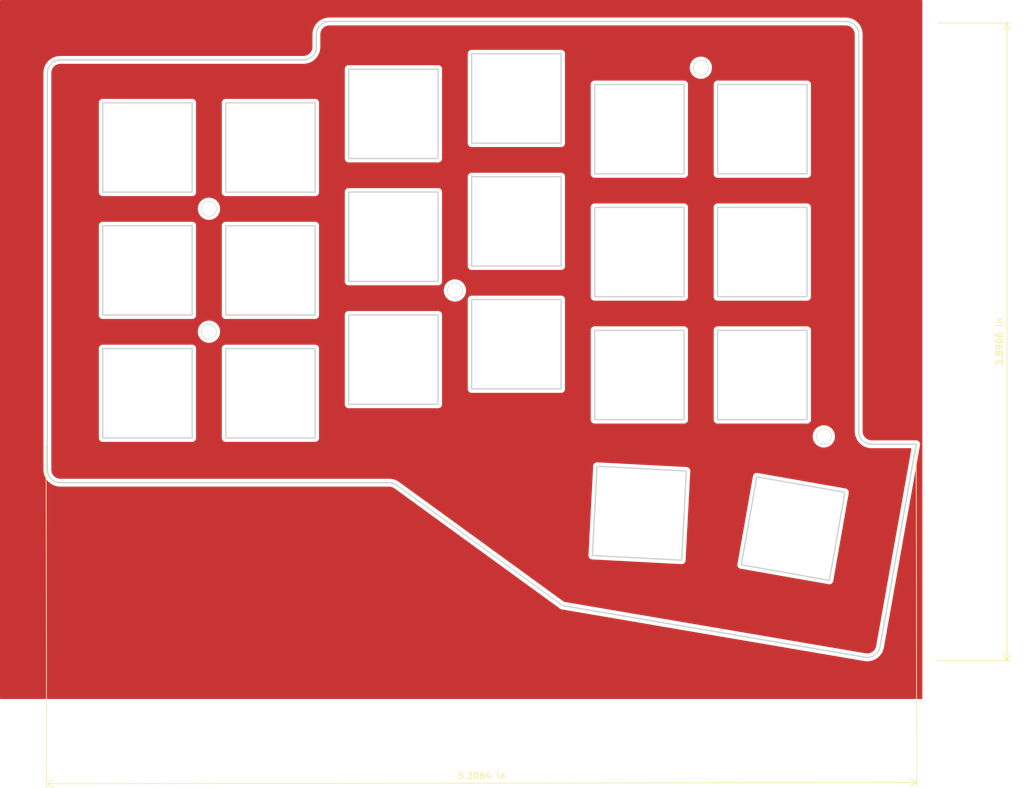
<source format=kicad_pcb>
(kicad_pcb (version 20171130) (host pcbnew "(5.1.0)-1")

  (general
    (thickness 1.6)
    (drawings 105)
    (tracks 0)
    (zones 0)
    (modules 5)
    (nets 1)
  )

  (page A4)
  (layers
    (0 F.Cu signal)
    (31 B.Cu signal)
    (32 B.Adhes user)
    (33 F.Adhes user)
    (34 B.Paste user)
    (35 F.Paste user)
    (36 B.SilkS user)
    (37 F.SilkS user)
    (38 B.Mask user)
    (39 F.Mask user)
    (40 Dwgs.User user)
    (41 Cmts.User user)
    (42 Eco1.User user)
    (43 Eco2.User user)
    (44 Edge.Cuts user)
    (45 Margin user)
    (46 B.CrtYd user)
    (47 F.CrtYd user)
    (48 B.Fab user)
    (49 F.Fab user)
  )

  (setup
    (last_trace_width 0.25)
    (trace_clearance 0.2)
    (zone_clearance 0.508)
    (zone_45_only no)
    (trace_min 0.2)
    (via_size 0.8)
    (via_drill 0.4)
    (via_min_size 0.4)
    (via_min_drill 0.3)
    (uvia_size 0.3)
    (uvia_drill 0.1)
    (uvias_allowed no)
    (uvia_min_size 0.2)
    (uvia_min_drill 0.1)
    (edge_width 0.05)
    (segment_width 0.2)
    (pcb_text_width 0.3)
    (pcb_text_size 1.5 1.5)
    (mod_edge_width 0.12)
    (mod_text_size 1 1)
    (mod_text_width 0.15)
    (pad_size 1.524 1.524)
    (pad_drill 0.762)
    (pad_to_mask_clearance 0.051)
    (solder_mask_min_width 0.25)
    (aux_axis_origin 0 0)
    (visible_elements 7FFFFFFF)
    (pcbplotparams
      (layerselection 0x010f0_ffffffff)
      (usegerberextensions false)
      (usegerberattributes false)
      (usegerberadvancedattributes false)
      (creategerberjobfile false)
      (excludeedgelayer true)
      (linewidth 0.150000)
      (plotframeref false)
      (viasonmask false)
      (mode 1)
      (useauxorigin false)
      (hpglpennumber 1)
      (hpglpenspeed 20)
      (hpglpendiameter 15.000000)
      (psnegative false)
      (psa4output false)
      (plotreference true)
      (plotvalue true)
      (plotinvisibletext false)
      (padsonsilk false)
      (subtractmaskfromsilk false)
      (outputformat 1)
      (mirror false)
      (drillshape 0)
      (scaleselection 1)
      (outputdirectory ""))
  )

  (net 0 "")

  (net_class Default "This is the default net class."
    (clearance 0.2)
    (trace_width 0.25)
    (via_dia 0.8)
    (via_drill 0.4)
    (uvia_dia 0.3)
    (uvia_drill 0.1)
  )

  (module MountingHole:MountingHole_2.2mm_M2 (layer F.Cu) (tedit 56D1B4CB) (tstamp 5CDC9985)
    (at 199.05 108.12)
    (descr "Mounting Hole 2.2mm, no annular, M2")
    (tags "mounting hole 2.2mm no annular m2")
    (attr virtual)
    (fp_text reference REF** (at 0 -3.2) (layer F.SilkS) hide
      (effects (font (size 1 1) (thickness 0.15)))
    )
    (fp_text value MountingHole_2.2mm_M2 (at 0 3.2) (layer F.Fab)
      (effects (font (size 1 1) (thickness 0.15)))
    )
    (fp_circle (center 0 0) (end 2.45 0) (layer F.CrtYd) (width 0.05))
    (fp_circle (center 0 0) (end 2.2 0) (layer Cmts.User) (width 0.15))
    (fp_text user %R (at 0.3 0) (layer F.Fab)
      (effects (font (size 1 1) (thickness 0.15)))
    )
    (pad 1 np_thru_hole circle (at 0 0) (size 2.2 2.2) (drill 2.2) (layers *.Cu *.Mask))
  )

  (module MountingHole:MountingHole_2.2mm_M2 (layer F.Cu) (tedit 56D1B4CB) (tstamp 5CDC9949)
    (at 180 50.97)
    (descr "Mounting Hole 2.2mm, no annular, M2")
    (tags "mounting hole 2.2mm no annular m2")
    (attr virtual)
    (fp_text reference REF** (at 0 -3.2) (layer F.SilkS) hide
      (effects (font (size 1 1) (thickness 0.15)))
    )
    (fp_text value MountingHole_2.2mm_M2 (at 0 3.2) (layer F.Fab)
      (effects (font (size 1 1) (thickness 0.15)))
    )
    (fp_circle (center 0 0) (end 2.45 0) (layer F.CrtYd) (width 0.05))
    (fp_circle (center 0 0) (end 2.2 0) (layer Cmts.User) (width 0.15))
    (fp_text user %R (at 0.3 0) (layer F.Fab)
      (effects (font (size 1 1) (thickness 0.15)))
    )
    (pad 1 np_thru_hole circle (at 0 0) (size 2.2 2.2) (drill 2.2) (layers *.Cu *.Mask))
  )

  (module MountingHole:MountingHole_2.2mm_M2 (layer F.Cu) (tedit 56D1B4CB) (tstamp 5CDC9904)
    (at 141.9 85.51)
    (descr "Mounting Hole 2.2mm, no annular, M2")
    (tags "mounting hole 2.2mm no annular m2")
    (attr virtual)
    (fp_text reference REF** (at 0 -3.2) (layer F.SilkS) hide
      (effects (font (size 1 1) (thickness 0.15)))
    )
    (fp_text value MountingHole_2.2mm_M2 (at 0 3.2) (layer F.Fab)
      (effects (font (size 1 1) (thickness 0.15)))
    )
    (fp_circle (center 0 0) (end 2.45 0) (layer F.CrtYd) (width 0.05))
    (fp_circle (center 0 0) (end 2.2 0) (layer Cmts.User) (width 0.15))
    (fp_text user %R (at 0.3 0) (layer F.Fab)
      (effects (font (size 1 1) (thickness 0.15)))
    )
    (pad 1 np_thru_hole circle (at 0 0) (size 2.2 2.2) (drill 2.2) (layers *.Cu *.Mask))
  )

  (module MountingHole:MountingHole_2.2mm_M2 (layer F.Cu) (tedit 56D1B4CB) (tstamp 5CDC98B7)
    (at 103.8 91.89)
    (descr "Mounting Hole 2.2mm, no annular, M2")
    (tags "mounting hole 2.2mm no annular m2")
    (attr virtual)
    (fp_text reference REF** (at 0 -3.2) (layer F.SilkS) hide
      (effects (font (size 1 1) (thickness 0.15)))
    )
    (fp_text value MountingHole_2.2mm_M2 (at 0 3.2) (layer F.Fab)
      (effects (font (size 1 1) (thickness 0.15)))
    )
    (fp_circle (center 0 0) (end 2.45 0) (layer F.CrtYd) (width 0.05))
    (fp_circle (center 0 0) (end 2.2 0) (layer Cmts.User) (width 0.15))
    (fp_text user %R (at 0.3 0) (layer F.Fab)
      (effects (font (size 1 1) (thickness 0.15)))
    )
    (pad 1 np_thru_hole circle (at 0 0) (size 2.2 2.2) (drill 2.2) (layers *.Cu *.Mask))
  )

  (module MountingHole:MountingHole_2.2mm_M2 (layer F.Cu) (tedit 56D1B4CB) (tstamp 5CDC986E)
    (at 103.8 72.84)
    (descr "Mounting Hole 2.2mm, no annular, M2")
    (tags "mounting hole 2.2mm no annular m2")
    (attr virtual)
    (fp_text reference REF** (at 0 -3.2) (layer F.SilkS) hide
      (effects (font (size 1 1) (thickness 0.15)))
    )
    (fp_text value MountingHole_2.2mm_M2 (at 0 3.2) (layer F.Fab)
      (effects (font (size 1 1) (thickness 0.15)))
    )
    (fp_circle (center 0 0) (end 2.45 0) (layer F.CrtYd) (width 0.05))
    (fp_circle (center 0 0) (end 2.2 0) (layer Cmts.User) (width 0.15))
    (fp_text user %R (at 0.3 0) (layer F.Fab)
      (effects (font (size 1 1) (thickness 0.15)))
    )
    (pad 1 np_thru_hole circle (at 0 0) (size 2.2 2.2) (drill 2.2) (layers *.Cu *.Mask))
  )

  (dimension 98.82229 (width 0.12) (layer F.SilkS)
    (gr_text "98.822 mm" (at 228.68033 93.464455 270) (layer F.SilkS)
      (effects (font (size 1 1) (thickness 0.15)))
    )
    (feature1 (pts (xy 216.69466 142.8756) (xy 227.996751 142.8756)))
    (feature2 (pts (xy 216.69466 44.05331) (xy 227.996751 44.05331)))
    (crossbar (pts (xy 227.41033 44.05331) (xy 227.41033 142.8756)))
    (arrow1a (pts (xy 227.41033 142.8756) (xy 226.823909 141.749096)))
    (arrow1b (pts (xy 227.41033 142.8756) (xy 227.996751 141.749096)))
    (arrow2a (pts (xy 227.41033 44.05331) (xy 226.823909 45.179814)))
    (arrow2b (pts (xy 227.41033 44.05331) (xy 227.996751 45.179814)))
  )
  (dimension 134.781348 (width 0.12) (layer F.SilkS)
    (gr_text "134.781 mm" (at 146.049131 163.139951 0.08209991826) (layer F.SilkS)
      (effects (font (size 1 1) (thickness 0.15)))
    )
    (feature1 (pts (xy 78.58158 109.53796) (xy 78.657546 162.552937)))
    (feature2 (pts (xy 213.36279 109.34483) (xy 213.438756 162.359807)))
    (crossbar (pts (xy 213.437916 161.773387) (xy 78.656706 161.966517)))
    (arrow1a (pts (xy 78.656706 161.966517) (xy 79.782368 161.378483)))
    (arrow1b (pts (xy 78.656706 161.966517) (xy 79.784049 162.551323)))
    (arrow2a (pts (xy 213.437916 161.773387) (xy 212.310573 161.188581)))
    (arrow2b (pts (xy 213.437916 161.773387) (xy 212.312254 162.361421)))
  )
  (gr_line (start 144.50379 67.86583) (end 144.50379 81.71583) (layer Edge.Cuts) (width 0.2))
  (gr_line (start 177.40379 53.57833) (end 163.55379 53.57833) (layer Edge.Cuts) (width 0.2))
  (gr_line (start 144.50379 100.76583) (end 158.35379 100.76583) (layer Edge.Cuts) (width 0.2))
  (gr_line (start 144.50379 81.71583) (end 158.35379 81.71583) (layer Edge.Cuts) (width 0.2))
  (gr_line (start 158.35379 100.76583) (end 158.35379 86.91583) (layer Edge.Cuts) (width 0.2))
  (gr_line (start 158.35379 81.71583) (end 158.35379 67.86583) (layer Edge.Cuts) (width 0.2))
  (gr_line (start 158.35379 67.86583) (end 144.50379 67.86583) (layer Edge.Cuts) (width 0.2))
  (gr_line (start 177.40379 91.67783) (end 163.55379 91.67783) (layer Edge.Cuts) (width 0.2))
  (gr_line (start 182.60379 53.57833) (end 182.60379 67.42833) (layer Edge.Cuts) (width 0.2))
  (gr_line (start 177.40379 72.62783) (end 163.55379 72.62783) (layer Edge.Cuts) (width 0.2))
  (gr_line (start 196.45379 53.57833) (end 182.60379 53.57833) (layer Edge.Cuts) (width 0.2))
  (gr_line (start 177.40379 105.52783) (end 177.40379 91.67783) (layer Edge.Cuts) (width 0.2))
  (gr_line (start 163.55379 105.52783) (end 177.40379 105.52783) (layer Edge.Cuts) (width 0.2))
  (gr_line (start 163.55379 53.57833) (end 163.55379 67.42833) (layer Edge.Cuts) (width 0.2))
  (gr_line (start 163.55379 72.62783) (end 163.55379 86.47783) (layer Edge.Cuts) (width 0.2))
  (gr_line (start 163.55379 91.67783) (end 163.55379 105.52783) (layer Edge.Cuts) (width 0.2))
  (gr_line (start 158.35379 86.91583) (end 144.50379 86.91583) (layer Edge.Cuts) (width 0.2))
  (gr_line (start 177.40379 86.47783) (end 177.40379 72.62783) (layer Edge.Cuts) (width 0.2))
  (gr_line (start 163.55379 86.47783) (end 177.40379 86.47783) (layer Edge.Cuts) (width 0.2))
  (gr_line (start 177.40379 67.42833) (end 177.40379 53.57833) (layer Edge.Cuts) (width 0.2))
  (gr_line (start 144.50379 86.91583) (end 144.50379 100.76583) (layer Edge.Cuts) (width 0.2))
  (gr_line (start 158.35379 62.66583) (end 158.35379 48.81583) (layer Edge.Cuts) (width 0.2))
  (gr_line (start 163.55379 67.42833) (end 177.40379 67.42833) (layer Edge.Cuts) (width 0.2))
  (gr_line (start 87.35379 56.41583) (end 87.35379 70.26583) (layer Edge.Cuts) (width 0.2))
  (gr_line (start 80.77599 115.29783) (end 131.720527 115.29783) (layer Edge.Cuts) (width 0.2))
  (gr_line (start 118.44779 49.76303) (end 80.77599 49.76303) (layer Edge.Cuts) (width 0.2))
  (gr_line (start 120.44779 45.80993) (end 120.44779 47.76303) (layer Edge.Cuts) (width 0.2))
  (gr_line (start 132.896716 115.680245) (end 158.564486 134.343973) (layer Edge.Cuts) (width 0.2))
  (gr_line (start 101.20379 89.31583) (end 101.20379 75.46583) (layer Edge.Cuts) (width 0.2))
  (gr_line (start 120.25379 75.46583) (end 106.40379 75.46583) (layer Edge.Cuts) (width 0.2))
  (gr_line (start 101.20379 56.41583) (end 87.35379 56.41583) (layer Edge.Cuts) (width 0.2))
  (gr_line (start 101.20379 70.26583) (end 101.20379 56.41583) (layer Edge.Cuts) (width 0.2))
  (gr_line (start 120.25379 108.36583) (end 120.25379 94.51583) (layer Edge.Cuts) (width 0.2))
  (gr_line (start 106.40379 108.36583) (end 120.25379 108.36583) (layer Edge.Cuts) (width 0.2))
  (gr_line (start 106.40379 94.51583) (end 106.40379 108.36583) (layer Edge.Cuts) (width 0.2))
  (gr_line (start 120.25379 94.51583) (end 106.40379 94.51583) (layer Edge.Cuts) (width 0.2))
  (gr_line (start 101.20379 108.36583) (end 101.20379 94.51583) (layer Edge.Cuts) (width 0.2))
  (gr_line (start 87.35379 108.36583) (end 101.20379 108.36583) (layer Edge.Cuts) (width 0.2))
  (gr_line (start 87.35379 89.31583) (end 101.20379 89.31583) (layer Edge.Cuts) (width 0.2))
  (gr_line (start 158.564486 134.343973) (end 205.45246 142.351976) (layer Edge.Cuts) (width 0.2))
  (gr_line (start 87.35379 94.51583) (end 87.35379 108.36583) (layer Edge.Cuts) (width 0.2))
  (gr_line (start 207.758021 140.732097) (end 213.36279 109.34483) (layer Edge.Cuts) (width 0.2))
  (gr_line (start 101.20379 75.46583) (end 87.35379 75.46583) (layer Edge.Cuts) (width 0.2))
  (gr_line (start 101.20379 94.51583) (end 87.35379 94.51583) (layer Edge.Cuts) (width 0.2))
  (gr_line (start 87.35379 75.46583) (end 87.35379 89.31583) (layer Edge.Cuts) (width 0.2))
  (gr_line (start 87.35379 70.26583) (end 101.20379 70.26583) (layer Edge.Cuts) (width 0.2))
  (gr_line (start 202.313377 116.798857) (end 199.90879 130.43783) (layer Edge.Cuts) (width 0.2))
  (gr_circle (center 180.004186 50.978685) (end 181.104186 50.978685) (layer Edge.Cuts) (width 0.2))
  (gr_arc (start 80.77599 113.29783) (end 78.77599 113.29783) (angle -90) (layer Edge.Cuts) (width 0.2))
  (gr_arc (start 80.77599 51.76303) (end 80.77599 49.76303) (angle -90) (layer Edge.Cuts) (width 0.2))
  (gr_circle (center 199.05413 108.129262) (end 200.15413 108.129262) (layer Edge.Cuts) (width 0.2))
  (gr_line (start 199.90879 130.43783) (end 186.268762 128.033417) (layer Edge.Cuts) (width 0.2))
  (gr_line (start 186.268762 128.033417) (end 188.67379 114.39383) (layer Edge.Cuts) (width 0.2))
  (gr_line (start 182.60379 72.62783) (end 182.60379 86.47783) (layer Edge.Cuts) (width 0.2))
  (gr_line (start 182.60379 86.47783) (end 196.45379 86.47783) (layer Edge.Cuts) (width 0.2))
  (gr_arc (start 205.789165 140.380522) (end 205.45246 142.351976) (angle -89.56754553) (layer Edge.Cuts) (width 0.2))
  (gr_circle (center 103.803779 72.840915) (end 104.903779 72.840915) (layer Edge.Cuts) (width 0.2))
  (gr_line (start 163.200937 126.587849) (end 177.03179 127.31283) (layer Edge.Cuts) (width 0.2))
  (gr_arc (start 206.45379 107.34483) (end 204.45379 107.34483) (angle -90) (layer Edge.Cuts) (width 0.2))
  (gr_arc (start 122.447789 45.809929) (end 122.447789 43.80993) (angle -90) (layer Edge.Cuts) (width 0.2))
  (gr_arc (start 202.45379 45.809929) (end 204.45379 45.809929) (angle -90) (layer Edge.Cuts) (width 0.2))
  (gr_circle (center 103.804329 91.891159) (end 104.904329 91.891159) (layer Edge.Cuts) (width 0.2))
  (gr_line (start 196.45379 105.52783) (end 196.45379 91.67783) (layer Edge.Cuts) (width 0.2))
  (gr_line (start 182.60379 91.67783) (end 182.60379 105.52783) (layer Edge.Cuts) (width 0.2))
  (gr_line (start 213.36279 109.34483) (end 206.45379 109.34483) (layer Edge.Cuts) (width 0.2))
  (gr_line (start 163.92579 112.75683) (end 163.200937 126.587849) (layer Edge.Cuts) (width 0.2))
  (gr_line (start 196.45379 67.42833) (end 196.45379 53.57833) (layer Edge.Cuts) (width 0.2))
  (gr_line (start 182.60379 67.42833) (end 196.45379 67.42833) (layer Edge.Cuts) (width 0.2))
  (gr_arc (start 131.720527 117.29783) (end 132.896716 115.680245) (angle -36.02191155) (layer Edge.Cuts) (width 0.2))
  (gr_line (start 196.45379 86.47783) (end 196.45379 72.62783) (layer Edge.Cuts) (width 0.2))
  (gr_arc (start 118.44779 47.76303) (end 118.44779 49.76303) (angle -90) (layer Edge.Cuts) (width 0.2))
  (gr_circle (center 141.904071 85.506927) (end 143.004071 85.506927) (layer Edge.Cuts) (width 0.2))
  (gr_line (start 188.67379 114.39383) (end 202.313377 116.798857) (layer Edge.Cuts) (width 0.2))
  (gr_line (start 163.92579 112.75683) (end 177.756809 113.481682) (layer Edge.Cuts) (width 0.2))
  (gr_line (start 196.45379 72.62783) (end 182.60379 72.62783) (layer Edge.Cuts) (width 0.2))
  (gr_line (start 177.03179 127.31283) (end 177.756809 113.481682) (layer Edge.Cuts) (width 0.2))
  (gr_line (start 182.60379 105.52783) (end 196.45379 105.52783) (layer Edge.Cuts) (width 0.2))
  (gr_line (start 204.45379 45.80993) (end 204.45379 107.34483) (layer Edge.Cuts) (width 0.2))
  (gr_line (start 196.45379 91.67783) (end 182.60379 91.67783) (layer Edge.Cuts) (width 0.2))
  (gr_line (start 202.45379 43.80993) (end 122.447789 43.80993) (layer Edge.Cuts) (width 0.2))
  (gr_line (start 78.77599 51.76303) (end 78.77599 113.29783) (layer Edge.Cuts) (width 0.2))
  (gr_line (start 106.40379 89.31583) (end 120.25379 89.31583) (layer Edge.Cuts) (width 0.2))
  (gr_line (start 106.40379 56.41583) (end 106.40379 70.26583) (layer Edge.Cuts) (width 0.2))
  (gr_line (start 106.40379 75.46583) (end 106.40379 89.31583) (layer Edge.Cuts) (width 0.2))
  (gr_line (start 120.25379 89.31583) (end 120.25379 75.46583) (layer Edge.Cuts) (width 0.2))
  (gr_line (start 139.30379 103.14683) (end 139.30379 89.29683) (layer Edge.Cuts) (width 0.2))
  (gr_line (start 125.45379 103.14683) (end 139.30379 103.14683) (layer Edge.Cuts) (width 0.2))
  (gr_line (start 120.25379 56.41583) (end 106.40379 56.41583) (layer Edge.Cuts) (width 0.2))
  (gr_line (start 125.45379 89.29683) (end 125.45379 103.14683) (layer Edge.Cuts) (width 0.2))
  (gr_line (start 139.30379 89.29683) (end 125.45379 89.29683) (layer Edge.Cuts) (width 0.2))
  (gr_line (start 106.40379 70.26583) (end 120.25379 70.26583) (layer Edge.Cuts) (width 0.2))
  (gr_line (start 120.25379 70.26583) (end 120.25379 56.41583) (layer Edge.Cuts) (width 0.2))
  (gr_line (start 139.30379 65.04703) (end 139.30379 51.19703) (layer Edge.Cuts) (width 0.2))
  (gr_line (start 125.45379 65.04703) (end 139.30379 65.04703) (layer Edge.Cuts) (width 0.2))
  (gr_line (start 125.45379 70.24683) (end 125.45379 84.09683) (layer Edge.Cuts) (width 0.2))
  (gr_line (start 139.30379 70.24683) (end 125.45379 70.24683) (layer Edge.Cuts) (width 0.2))
  (gr_line (start 139.30379 84.09683) (end 139.30379 70.24683) (layer Edge.Cuts) (width 0.2))
  (gr_line (start 125.45379 84.09683) (end 139.30379 84.09683) (layer Edge.Cuts) (width 0.2))
  (gr_line (start 125.45379 51.19703) (end 125.45379 65.04703) (layer Edge.Cuts) (width 0.2))
  (gr_line (start 139.30379 51.19703) (end 125.45379 51.19703) (layer Edge.Cuts) (width 0.2))
  (gr_line (start 144.50379 62.66583) (end 158.35379 62.66583) (layer Edge.Cuts) (width 0.2))
  (gr_line (start 144.50379 48.81583) (end 144.50379 62.66583) (layer Edge.Cuts) (width 0.2))
  (gr_line (start 158.35379 48.81583) (end 144.50379 48.81583) (layer Edge.Cuts) (width 0.2))

  (zone (net 0) (net_name "") (layer F.Cu) (tstamp 5CDC4312) (hatch edge 0.508)
    (connect_pads (clearance 0.508))
    (min_thickness 0.254)
    (fill yes (arc_segments 32) (thermal_gap 0.508) (thermal_bridge_width 0.508))
    (polygon
      (pts
        (xy 214.3134 40.48142) (xy 71.4378 40.48142) (xy 71.4378 148.82875) (xy 214.3134 148.82875)
      )
    )
    (filled_polygon
      (pts
        (xy 214.1864 148.70175) (xy 71.5648 148.70175) (xy 71.5648 51.726926) (xy 78.04099 51.726926) (xy 78.040991 113.333935)
        (xy 78.044151 113.366015) (xy 78.044064 113.378409) (xy 78.045065 113.388622) (xy 78.085866 113.776815) (xy 78.099267 113.842097)
        (xy 78.111745 113.907507) (xy 78.11471 113.917331) (xy 78.230134 114.290206) (xy 78.255978 114.351686) (xy 78.280905 114.413383)
        (xy 78.285722 114.422444) (xy 78.471373 114.765799) (xy 78.508643 114.821054) (xy 78.545103 114.876771) (xy 78.551589 114.884724)
        (xy 78.800395 115.185478) (xy 78.847702 115.232456) (xy 78.894273 115.280013) (xy 78.90218 115.286555) (xy 79.204665 115.533256)
        (xy 79.260173 115.570135) (xy 79.315118 115.607757) (xy 79.324145 115.612638) (xy 79.668786 115.795888) (xy 79.730416 115.82129)
        (xy 79.791608 115.847517) (xy 79.801411 115.850552) (xy 80.175083 115.96337) (xy 80.24045 115.976313) (xy 80.305591 115.990159)
        (xy 80.315797 115.991232) (xy 80.704266 116.029322) (xy 80.704267 116.029322) (xy 80.739885 116.03283) (xy 131.684582 116.03283)
        (xy 131.965549 116.060378) (xy 132.201233 116.131536) (xy 132.443632 116.260422) (xy 132.470781 116.279298) (xy 158.122939 134.931674)
        (xy 158.171014 134.968988) (xy 158.213777 134.990371) (xy 158.255026 135.014569) (xy 158.278393 135.022682) (xy 158.300509 135.033741)
        (xy 158.346613 135.046368) (xy 158.391799 135.062057) (xy 158.452118 135.070423) (xy 205.364311 143.082563) (xy 205.399765 143.085084)
        (xy 205.399802 143.085087) (xy 205.788007 143.112971) (xy 205.854534 143.111239) (xy 205.921008 143.110455) (xy 205.9312 143.109263)
        (xy 206.31856 143.061183) (xy 206.383582 143.046559) (xy 206.448744 143.032856) (xy 206.458511 143.029706) (xy 206.829154 142.907303)
        (xy 206.890106 142.880324) (xy 206.951356 142.854229) (xy 206.960325 142.849243) (xy 207.300135 142.657179) (xy 207.354652 142.618898)
        (xy 207.409702 142.58138) (xy 207.417532 142.574746) (xy 207.713563 142.320338) (xy 207.759614 142.272189) (xy 207.80632 142.224702)
        (xy 207.812712 142.216673) (xy 208.053693 141.90961) (xy 208.089543 141.85339) (xy 208.126107 141.797778) (xy 208.130815 141.788666)
        (xy 208.130818 141.788662) (xy 208.13082 141.788658) (xy 208.307566 141.440641) (xy 208.331799 141.378564) (xy 208.35688 141.316874)
        (xy 208.35973 141.307016) (xy 208.465515 140.931291) (xy 208.465518 140.931272) (xy 208.475228 140.896843) (xy 214.078724 109.516708)
        (xy 214.087155 109.488915) (xy 214.09142 109.445608) (xy 214.092691 109.438492) (xy 214.094956 109.409711) (xy 214.101346 109.34483)
        (xy 214.100632 109.33758) (xy 214.101203 109.330324) (xy 214.093545 109.265624) (xy 214.087155 109.200745) (xy 214.085041 109.193775)
        (xy 214.084185 109.186545) (xy 214.064052 109.124586) (xy 214.045127 109.062197) (xy 214.041692 109.055771) (xy 214.039443 109.048849)
        (xy 214.007622 108.992031) (xy 213.976877 108.93451) (xy 213.972253 108.928875) (xy 213.968698 108.922528) (xy 213.9264 108.873004)
        (xy 213.885028 108.822592) (xy 213.879397 108.817971) (xy 213.874669 108.812435) (xy 213.823507 108.772103) (xy 213.77311 108.730743)
        (xy 213.766685 108.727309) (xy 213.760968 108.722802) (xy 213.702935 108.693234) (xy 213.645423 108.662493) (xy 213.638448 108.660377)
        (xy 213.631965 108.657074) (xy 213.569285 108.639397) (xy 213.506875 108.620465) (xy 213.499624 108.619751) (xy 213.492618 108.617775)
        (xy 213.427673 108.612664) (xy 213.398895 108.60983) (xy 213.391655 108.60983) (xy 213.348283 108.606417) (xy 213.319448 108.60983)
        (xy 206.489737 108.60983) (xy 206.208769 108.582281) (xy 205.973078 108.511121) (xy 205.755702 108.395541) (xy 205.564911 108.239934)
        (xy 205.407979 108.050238) (xy 205.290884 107.833673) (xy 205.218081 107.598486) (xy 205.18879 107.319802) (xy 205.18879 45.773825)
        (xy 205.185629 45.741735) (xy 205.185716 45.72935) (xy 205.184715 45.719137) (xy 205.143914 45.330944) (xy 205.130505 45.265624)
        (xy 205.118035 45.200252) (xy 205.11507 45.190428) (xy 204.999646 44.817553) (xy 204.973828 44.756134) (xy 204.948876 44.694376)
        (xy 204.944058 44.685315) (xy 204.758407 44.34196) (xy 204.721132 44.286697) (xy 204.684677 44.230988) (xy 204.678191 44.223035)
        (xy 204.429384 43.92228) (xy 204.382078 43.875303) (xy 204.335507 43.827746) (xy 204.3276 43.821204) (xy 204.025115 43.574503)
        (xy 203.969607 43.537624) (xy 203.914662 43.500002) (xy 203.905635 43.495121) (xy 203.560993 43.311871) (xy 203.499377 43.286475)
        (xy 203.438172 43.260242) (xy 203.428369 43.257207) (xy 203.054697 43.144389) (xy 202.989305 43.131441) (xy 202.924189 43.1176)
        (xy 202.913983 43.116527) (xy 202.525514 43.078437) (xy 202.525503 43.078437) (xy 202.489895 43.07493) (xy 122.411684 43.07493)
        (xy 122.379595 43.07809) (xy 122.367212 43.078004) (xy 122.356999 43.079005) (xy 121.968806 43.119805) (xy 121.903525 43.133205)
        (xy 121.838111 43.145684) (xy 121.828286 43.14865) (xy 121.455411 43.264075) (xy 121.393968 43.289904) (xy 121.332235 43.314845)
        (xy 121.323174 43.319662) (xy 120.97982 43.505313) (xy 120.924567 43.542582) (xy 120.868851 43.579041) (xy 120.860898 43.585527)
        (xy 120.560142 43.834333) (xy 120.513164 43.88164) (xy 120.465606 43.928212) (xy 120.459064 43.936119) (xy 120.212363 44.238604)
        (xy 120.175471 44.29413) (xy 120.137861 44.349059) (xy 120.13298 44.358086) (xy 119.949731 44.702729) (xy 119.924347 44.764316)
        (xy 119.898103 44.825547) (xy 119.895068 44.83535) (xy 119.78225 45.209022) (xy 119.769301 45.274421) (xy 119.755461 45.33953)
        (xy 119.754388 45.349736) (xy 119.716298 45.738205) (xy 119.71279 45.773826) (xy 119.712791 47.727073) (xy 119.685241 48.008051)
        (xy 119.614081 48.243742) (xy 119.498501 48.461118) (xy 119.342894 48.651909) (xy 119.153198 48.808841) (xy 118.936633 48.925936)
        (xy 118.701446 48.998739) (xy 118.422762 49.02803) (xy 80.739885 49.02803) (xy 80.707796 49.031191) (xy 80.695411 49.031104)
        (xy 80.685198 49.032105) (xy 80.297005 49.072906) (xy 80.231685 49.086315) (xy 80.166313 49.098785) (xy 80.156489 49.10175)
        (xy 79.783614 49.217174) (xy 79.722195 49.242992) (xy 79.660437 49.267944) (xy 79.651376 49.272762) (xy 79.308021 49.458413)
        (xy 79.252758 49.495688) (xy 79.197049 49.532143) (xy 79.189096 49.538629) (xy 78.888341 49.787436) (xy 78.841364 49.834742)
        (xy 78.793807 49.881313) (xy 78.787265 49.88922) (xy 78.540564 50.191705) (xy 78.503685 50.247213) (xy 78.466063 50.302158)
        (xy 78.461182 50.311185) (xy 78.277932 50.655827) (xy 78.252536 50.717443) (xy 78.226303 50.778648) (xy 78.223268 50.788451)
        (xy 78.11045 51.162123) (xy 78.097502 51.227515) (xy 78.083661 51.292631) (xy 78.082588 51.302837) (xy 78.044498 51.691306)
        (xy 78.04099 51.726926) (xy 71.5648 51.726926) (xy 71.5648 40.60842) (xy 214.1864 40.60842)
      )
    )
    (filled_polygon
      (pts
        (xy 202.698811 44.572478) (xy 202.934502 44.643637) (xy 203.151879 44.75922) (xy 203.342669 44.914824) (xy 203.499601 45.104522)
        (xy 203.616696 45.321086) (xy 203.689499 45.556273) (xy 203.71879 45.834957) (xy 203.718791 107.380935) (xy 203.721951 107.413015)
        (xy 203.721864 107.425409) (xy 203.722865 107.435622) (xy 203.763666 107.823815) (xy 203.777067 107.889097) (xy 203.789545 107.954507)
        (xy 203.79251 107.964331) (xy 203.907934 108.337206) (xy 203.933778 108.398686) (xy 203.958705 108.460383) (xy 203.963522 108.469444)
        (xy 204.149173 108.812799) (xy 204.186443 108.868054) (xy 204.222903 108.923771) (xy 204.229389 108.931724) (xy 204.478195 109.232478)
        (xy 204.525502 109.279456) (xy 204.572073 109.327013) (xy 204.57998 109.333555) (xy 204.882465 109.580256) (xy 204.937973 109.617135)
        (xy 204.992918 109.654757) (xy 205.001945 109.659638) (xy 205.346586 109.842888) (xy 205.408216 109.86829) (xy 205.469408 109.894517)
        (xy 205.479211 109.897552) (xy 205.852883 110.01037) (xy 205.91825 110.023313) (xy 205.983391 110.037159) (xy 205.993597 110.038232)
        (xy 206.382066 110.076322) (xy 206.382067 110.076322) (xy 206.417685 110.07983) (xy 212.484916 110.07983) (xy 207.040785 140.56751)
        (xy 206.964275 140.839258) (xy 206.852793 141.058769) (xy 206.700801 141.252441) (xy 206.51408 141.412907) (xy 206.299746 141.534051)
        (xy 206.065971 141.611254) (xy 205.821542 141.641593) (xy 205.540873 141.621433) (xy 158.857691 133.648407) (xy 149.094309 126.549189)
        (xy 162.463394 126.549189) (xy 162.465055 126.585433) (xy 162.465055 126.585438) (xy 162.467133 126.630771) (xy 162.470023 126.693818)
        (xy 162.470024 126.693821) (xy 162.470024 126.693826) (xy 162.483611 126.748831) (xy 162.504741 126.834377) (xy 162.566214 126.965461)
        (xy 162.640491 127.066301) (xy 162.652083 127.082039) (xy 162.703224 127.128696) (xy 162.759035 127.179615) (xy 162.75904 127.179618)
        (xy 162.759041 127.179619) (xy 162.882981 127.254459) (xy 162.988547 127.292621) (xy 163.019133 127.303678) (xy 163.019136 127.303678)
        (xy 163.01914 127.30368) (xy 163.082459 127.313284) (xy 163.126408 127.319951) (xy 163.126415 127.319951) (xy 163.162284 127.325392)
        (xy 163.19852 127.323731) (xy 176.957262 128.044932) (xy 176.993129 128.050373) (xy 177.011565 128.049528) (xy 185.530382 128.049528)
        (xy 185.530384 128.049547) (xy 185.530383 128.049564) (xy 185.538657 128.11816) (xy 185.547713 128.193269) (xy 185.547719 128.193287)
        (xy 185.547721 128.193305) (xy 185.572135 128.267879) (xy 185.592754 128.330868) (xy 185.592762 128.330882) (xy 185.592768 128.330901)
        (xy 185.630171 128.397341) (xy 185.663773 128.457035) (xy 185.663785 128.457049) (xy 185.663794 128.457065) (xy 185.711854 128.513083)
        (xy 185.758041 128.566923) (xy 185.758055 128.566934) (xy 185.758067 128.566948) (xy 185.815335 128.611887) (xy 185.871937 128.656309)
        (xy 185.871953 128.656317) (xy 185.871967 128.656328) (xy 185.933051 128.68728) (xy 186.001082 128.721757) (xy 186.001101 128.721762)
        (xy 186.001116 128.72177) (xy 186.075928 128.742689) (xy 186.140514 128.760752) (xy 186.176701 128.763521) (xy 199.74563 131.1554)
        (xy 199.780559 131.165168) (xy 199.81674 131.167935) (xy 199.81675 131.167937) (xy 199.86101 131.171321) (xy 199.924918 131.176209)
        (xy 199.924925 131.176208) (xy 199.924937 131.176209) (xy 200.004863 131.166568) (xy 200.068659 131.158875) (xy 200.068668 131.158872)
        (xy 200.068677 131.158871) (xy 200.146937 131.13325) (xy 200.206257 131.113831) (xy 200.206263 131.113828) (xy 200.206274 131.113824)
        (xy 200.269525 131.078216) (xy 200.332422 131.042809) (xy 200.332431 131.042802) (xy 200.332437 131.042798) (xy 200.387692 130.995393)
        (xy 200.442308 130.948538) (xy 200.442312 130.948532) (xy 200.442321 130.948525) (xy 200.489028 130.889005) (xy 200.531691 130.834641)
        (xy 200.531696 130.834632) (xy 200.531701 130.834625) (xy 200.562551 130.773742) (xy 200.597136 130.705494) (xy 200.597139 130.705485)
        (xy 200.597143 130.705476) (xy 200.61942 130.625807) (xy 200.626357 130.601) (xy 200.626358 130.600994) (xy 200.636131 130.566043)
        (xy 200.638896 130.529876) (xy 203.030942 116.96204) (xy 203.040713 116.927105) (xy 203.051757 116.782745) (xy 203.051756 116.782738)
        (xy 203.051757 116.782728) (xy 203.042874 116.709071) (xy 203.034426 116.639004) (xy 203.034423 116.638995) (xy 203.034422 116.638987)
        (xy 203.015139 116.580081) (xy 202.989386 116.501405) (xy 202.989381 116.501396) (xy 202.989379 116.50139) (xy 202.966911 116.461478)
        (xy 202.918367 116.375238) (xy 202.918358 116.375227) (xy 202.918356 116.375224) (xy 202.897536 116.350955) (xy 202.824098 116.26535)
        (xy 202.824087 116.265341) (xy 202.824085 116.265339) (xy 202.798636 116.245368) (xy 202.710203 116.175965) (xy 202.710193 116.17596)
        (xy 202.710188 116.175956) (xy 202.674171 116.157705) (xy 202.581058 116.110516) (xy 202.581042 116.110512) (xy 202.581041 116.110511)
        (xy 202.557877 116.104033) (xy 202.476565 116.081292) (xy 202.476547 116.081289) (xy 202.441608 116.071518) (xy 202.40545 116.068753)
        (xy 188.836974 113.676266) (xy 188.802038 113.666495) (xy 188.765867 113.663728) (xy 188.765864 113.663727) (xy 188.657679 113.65545)
        (xy 188.657678 113.65545) (xy 188.513937 113.672781) (xy 188.376338 113.717821) (xy 188.250171 113.788841) (xy 188.140283 113.883109)
        (xy 188.050898 113.997004) (xy 187.985449 114.12615) (xy 187.956225 114.230642) (xy 187.956222 114.230658) (xy 187.946455 114.265582)
        (xy 187.943689 114.30174) (xy 185.551194 127.870252) (xy 185.541421 127.905204) (xy 185.537014 127.962845) (xy 185.530382 128.049528)
        (xy 177.011565 128.049528) (xy 177.02937 128.048712) (xy 177.029371 128.048712) (xy 177.13776 128.043744) (xy 177.278318 128.009026)
        (xy 177.376794 127.962845) (xy 177.409401 127.947554) (xy 177.525974 127.861689) (xy 177.623555 127.754733) (xy 177.698396 127.630794)
        (xy 177.747619 127.494636) (xy 177.763892 127.38736) (xy 177.763892 127.387358) (xy 177.769333 127.35149) (xy 177.767672 127.31525)
        (xy 178.488912 113.556202) (xy 178.494352 113.520334) (xy 178.489931 113.423894) (xy 178.487723 113.375714) (xy 178.487722 113.375711)
        (xy 178.487722 113.375704) (xy 178.456923 113.25102) (xy 178.453005 113.235156) (xy 178.453003 113.235152) (xy 178.453002 113.235147)
        (xy 178.405778 113.134448) (xy 178.391533 113.104071) (xy 178.39153 113.104066) (xy 178.391528 113.104063) (xy 178.305663 112.987491)
        (xy 178.198705 112.889911) (xy 178.074765 112.815071) (xy 177.938606 112.76585) (xy 177.831331 112.749579) (xy 177.831323 112.749579)
        (xy 177.79547 112.74414) (xy 177.759237 112.745801) (xy 164.000308 112.024727) (xy 163.964443 112.019287) (xy 163.928205 112.020948)
        (xy 163.928201 112.020948) (xy 163.831993 112.025359) (xy 163.819812 112.025917) (xy 163.679255 112.060637) (xy 163.548171 112.122111)
        (xy 163.431599 112.207976) (xy 163.334019 112.314934) (xy 163.259179 112.438874) (xy 163.209958 112.575033) (xy 163.193687 112.682308)
        (xy 163.193687 112.682315) (xy 163.188247 112.718178) (xy 163.189908 112.754414) (xy 162.468834 126.513326) (xy 162.463394 126.549189)
        (xy 149.094309 126.549189) (xy 133.299764 115.06455) (xy 133.293055 115.060615) (xy 133.246894 115.028519) (xy 133.213225 115.009694)
        (xy 133.181397 114.987901) (xy 133.17237 114.98302) (xy 132.827728 114.799771) (xy 132.766081 114.774362) (xy 132.70491 114.748144)
        (xy 132.695107 114.745109) (xy 132.695109 114.745109) (xy 132.695101 114.745107) (xy 132.321435 114.63229) (xy 132.25606 114.619345)
        (xy 132.190923 114.6055) (xy 132.180723 114.604428) (xy 132.18072 114.604427) (xy 132.180717 114.604427) (xy 131.792619 114.566374)
        (xy 131.756632 114.56283) (xy 80.811937 114.56283) (xy 80.530969 114.535281) (xy 80.295278 114.464121) (xy 80.077902 114.348541)
        (xy 79.887111 114.192934) (xy 79.730179 114.003238) (xy 79.613084 113.786673) (xy 79.540281 113.551486) (xy 79.51099 113.272802)
        (xy 79.51099 94.51583) (xy 86.615234 94.51583) (xy 86.61879 94.551935) (xy 86.618791 108.329715) (xy 86.615234 108.36583)
        (xy 86.629425 108.509915) (xy 86.671453 108.648463) (xy 86.739703 108.77615) (xy 86.831552 108.888068) (xy 86.94347 108.979917)
        (xy 87.071157 109.048167) (xy 87.209705 109.090195) (xy 87.317685 109.10083) (xy 87.35379 109.104386) (xy 87.389895 109.10083)
        (xy 101.167685 109.10083) (xy 101.20379 109.104386) (xy 101.239895 109.10083) (xy 101.347875 109.090195) (xy 101.486423 109.048167)
        (xy 101.61411 108.979917) (xy 101.726028 108.888068) (xy 101.817877 108.77615) (xy 101.886127 108.648463) (xy 101.928155 108.509915)
        (xy 101.942346 108.36583) (xy 101.93879 108.329725) (xy 101.93879 94.551935) (xy 101.942346 94.51583) (xy 105.665234 94.51583)
        (xy 105.66879 94.551935) (xy 105.668791 108.329715) (xy 105.665234 108.36583) (xy 105.679425 108.509915) (xy 105.721453 108.648463)
        (xy 105.789703 108.77615) (xy 105.881552 108.888068) (xy 105.99347 108.979917) (xy 106.121157 109.048167) (xy 106.259705 109.090195)
        (xy 106.367685 109.10083) (xy 106.40379 109.104386) (xy 106.439895 109.10083) (xy 120.217685 109.10083) (xy 120.25379 109.104386)
        (xy 120.289895 109.10083) (xy 120.397875 109.090195) (xy 120.536423 109.048167) (xy 120.66411 108.979917) (xy 120.776028 108.888068)
        (xy 120.867877 108.77615) (xy 120.936127 108.648463) (xy 120.978155 108.509915) (xy 120.992346 108.36583) (xy 120.98879 108.329725)
        (xy 120.98879 108.155162) (xy 197.199311 108.155162) (xy 197.239666 108.514938) (xy 197.349134 108.860024) (xy 197.523544 109.177276)
        (xy 197.756255 109.454609) (xy 198.0384 109.68146) (xy 198.359235 109.849188) (xy 198.706538 109.951405) (xy 199.06708 109.984217)
        (xy 199.42713 109.946374) (xy 199.772971 109.839318) (xy 200.091433 109.667127) (xy 200.370384 109.436358) (xy 200.599199 109.155803)
        (xy 200.769163 108.836148) (xy 200.873802 108.489567) (xy 200.90913 108.129262) (xy 200.908407 108.077467) (xy 200.863032 107.71829)
        (xy 200.748757 107.374766) (xy 200.569934 107.05998) (xy 200.333374 106.785923) (xy 200.048089 106.563034) (xy 199.724944 106.399801)
        (xy 199.376247 106.302444) (xy 199.015282 106.274669) (xy 198.655796 106.317535) (xy 198.311483 106.429409) (xy 197.995456 106.60603)
        (xy 197.719755 106.840671) (xy 197.494879 107.124393) (xy 197.329395 107.446391) (xy 197.229605 107.794399) (xy 197.199311 108.155162)
        (xy 120.98879 108.155162) (xy 120.98879 94.551935) (xy 120.992346 94.51583) (xy 120.978155 94.371745) (xy 120.936127 94.233197)
        (xy 120.867877 94.10551) (xy 120.776028 93.993592) (xy 120.66411 93.901743) (xy 120.536423 93.833493) (xy 120.397875 93.791465)
        (xy 120.289895 93.78083) (xy 120.25379 93.777274) (xy 120.217685 93.78083) (xy 106.439895 93.78083) (xy 106.40379 93.777274)
        (xy 106.367685 93.78083) (xy 106.259705 93.791465) (xy 106.121157 93.833493) (xy 105.99347 93.901743) (xy 105.881552 93.993592)
        (xy 105.789703 94.10551) (xy 105.721453 94.233197) (xy 105.679425 94.371745) (xy 105.665234 94.51583) (xy 101.942346 94.51583)
        (xy 101.928155 94.371745) (xy 101.886127 94.233197) (xy 101.817877 94.10551) (xy 101.726028 93.993592) (xy 101.61411 93.901743)
        (xy 101.486423 93.833493) (xy 101.347875 93.791465) (xy 101.239895 93.78083) (xy 101.20379 93.777274) (xy 101.167685 93.78083)
        (xy 87.389895 93.78083) (xy 87.35379 93.777274) (xy 87.317685 93.78083) (xy 87.209705 93.791465) (xy 87.071157 93.833493)
        (xy 86.94347 93.901743) (xy 86.831552 93.993592) (xy 86.739703 94.10551) (xy 86.671453 94.233197) (xy 86.629425 94.371745)
        (xy 86.615234 94.51583) (xy 79.51099 94.51583) (xy 79.51099 91.917059) (xy 101.94951 91.917059) (xy 101.989865 92.276835)
        (xy 102.099333 92.621921) (xy 102.273743 92.939173) (xy 102.506454 93.216506) (xy 102.788599 93.443357) (xy 103.109434 93.611085)
        (xy 103.456737 93.713302) (xy 103.817279 93.746114) (xy 104.177329 93.708271) (xy 104.52317 93.601215) (xy 104.841632 93.429024)
        (xy 105.120583 93.198255) (xy 105.349398 92.9177) (xy 105.519362 92.598045) (xy 105.624001 92.251464) (xy 105.659329 91.891159)
        (xy 105.658606 91.839364) (xy 105.613231 91.480187) (xy 105.498956 91.136663) (xy 105.320133 90.821877) (xy 105.083573 90.54782)
        (xy 104.798288 90.324931) (xy 104.475143 90.161698) (xy 104.126446 90.064341) (xy 103.765481 90.036566) (xy 103.405995 90.079432)
        (xy 103.061682 90.191306) (xy 102.745655 90.367927) (xy 102.469954 90.602568) (xy 102.245078 90.88629) (xy 102.079594 91.208288)
        (xy 101.979804 91.556296) (xy 101.94951 91.917059) (xy 79.51099 91.917059) (xy 79.51099 75.46583) (xy 86.615234 75.46583)
        (xy 86.61879 75.501935) (xy 86.618791 89.279715) (xy 86.615234 89.31583) (xy 86.629425 89.459915) (xy 86.671453 89.598463)
        (xy 86.739703 89.72615) (xy 86.831552 89.838068) (xy 86.94347 89.929917) (xy 87.071157 89.998167) (xy 87.209705 90.040195)
        (xy 87.317685 90.05083) (xy 87.35379 90.054386) (xy 87.389895 90.05083) (xy 101.167685 90.05083) (xy 101.20379 90.054386)
        (xy 101.239895 90.05083) (xy 101.347875 90.040195) (xy 101.486423 89.998167) (xy 101.61411 89.929917) (xy 101.726028 89.838068)
        (xy 101.817877 89.72615) (xy 101.886127 89.598463) (xy 101.928155 89.459915) (xy 101.942346 89.31583) (xy 101.93879 89.279725)
        (xy 101.93879 75.501935) (xy 101.942346 75.46583) (xy 105.665234 75.46583) (xy 105.66879 75.501935) (xy 105.668791 89.279715)
        (xy 105.665234 89.31583) (xy 105.679425 89.459915) (xy 105.721453 89.598463) (xy 105.789703 89.72615) (xy 105.881552 89.838068)
        (xy 105.99347 89.929917) (xy 106.121157 89.998167) (xy 106.259705 90.040195) (xy 106.367685 90.05083) (xy 106.40379 90.054386)
        (xy 106.439895 90.05083) (xy 120.217685 90.05083) (xy 120.25379 90.054386) (xy 120.289895 90.05083) (xy 120.397875 90.040195)
        (xy 120.536423 89.998167) (xy 120.66411 89.929917) (xy 120.776028 89.838068) (xy 120.867877 89.72615) (xy 120.936127 89.598463)
        (xy 120.978155 89.459915) (xy 120.992346 89.31583) (xy 120.990475 89.29683) (xy 124.715234 89.29683) (xy 124.71879 89.332935)
        (xy 124.718791 103.110715) (xy 124.715234 103.14683) (xy 124.729425 103.290915) (xy 124.771453 103.429463) (xy 124.839703 103.55715)
        (xy 124.931552 103.669068) (xy 125.04347 103.760917) (xy 125.171157 103.829167) (xy 125.309705 103.871195) (xy 125.417685 103.88183)
        (xy 125.45379 103.885386) (xy 125.489895 103.88183) (xy 139.267685 103.88183) (xy 139.30379 103.885386) (xy 139.339895 103.88183)
        (xy 139.447875 103.871195) (xy 139.586423 103.829167) (xy 139.71411 103.760917) (xy 139.826028 103.669068) (xy 139.917877 103.55715)
        (xy 139.986127 103.429463) (xy 140.028155 103.290915) (xy 140.042346 103.14683) (xy 140.03879 103.110725) (xy 140.03879 89.332935)
        (xy 140.042346 89.29683) (xy 140.028155 89.152745) (xy 139.986127 89.014197) (xy 139.917877 88.88651) (xy 139.826028 88.774592)
        (xy 139.71411 88.682743) (xy 139.586423 88.614493) (xy 139.447875 88.572465) (xy 139.339895 88.56183) (xy 139.30379 88.558274)
        (xy 139.267685 88.56183) (xy 125.489895 88.56183) (xy 125.45379 88.558274) (xy 125.417685 88.56183) (xy 125.309705 88.572465)
        (xy 125.171157 88.614493) (xy 125.04347 88.682743) (xy 124.931552 88.774592) (xy 124.839703 88.88651) (xy 124.771453 89.014197)
        (xy 124.729425 89.152745) (xy 124.715234 89.29683) (xy 120.990475 89.29683) (xy 120.98879 89.279725) (xy 120.98879 85.532827)
        (xy 140.049252 85.532827) (xy 140.089607 85.892603) (xy 140.199075 86.237689) (xy 140.373485 86.554941) (xy 140.606196 86.832274)
        (xy 140.888341 87.059125) (xy 141.209176 87.226853) (xy 141.556479 87.32907) (xy 141.917021 87.361882) (xy 142.277071 87.324039)
        (xy 142.622912 87.216983) (xy 142.941374 87.044792) (xy 143.097261 86.91583) (xy 143.765234 86.91583) (xy 143.76879 86.951935)
        (xy 143.768791 100.729715) (xy 143.765234 100.76583) (xy 143.779425 100.909915) (xy 143.821453 101.048463) (xy 143.889703 101.17615)
        (xy 143.981552 101.288068) (xy 144.09347 101.379917) (xy 144.221157 101.448167) (xy 144.359705 101.490195) (xy 144.467685 101.50083)
        (xy 144.50379 101.504386) (xy 144.539895 101.50083) (xy 158.317685 101.50083) (xy 158.35379 101.504386) (xy 158.389895 101.50083)
        (xy 158.497875 101.490195) (xy 158.636423 101.448167) (xy 158.76411 101.379917) (xy 158.876028 101.288068) (xy 158.967877 101.17615)
        (xy 159.036127 101.048463) (xy 159.078155 100.909915) (xy 159.092346 100.76583) (xy 159.08879 100.729725) (xy 159.08879 91.67783)
        (xy 162.815234 91.67783) (xy 162.81879 91.713935) (xy 162.818791 105.491715) (xy 162.815234 105.52783) (xy 162.829425 105.671915)
        (xy 162.871453 105.810463) (xy 162.939703 105.93815) (xy 163.031552 106.050068) (xy 163.14347 106.141917) (xy 163.271157 106.210167)
        (xy 163.409705 106.252195) (xy 163.517685 106.26283) (xy 163.55379 106.266386) (xy 163.589895 106.26283) (xy 177.367685 106.26283)
        (xy 177.40379 106.266386) (xy 177.439895 106.26283) (xy 177.547875 106.252195) (xy 177.686423 106.210167) (xy 177.81411 106.141917)
        (xy 177.926028 106.050068) (xy 178.017877 105.93815) (xy 178.086127 105.810463) (xy 178.128155 105.671915) (xy 178.142346 105.52783)
        (xy 178.13879 105.491725) (xy 178.13879 91.713935) (xy 178.142346 91.67783) (xy 181.865234 91.67783) (xy 181.86879 91.713935)
        (xy 181.868791 105.491715) (xy 181.865234 105.52783) (xy 181.879425 105.671915) (xy 181.921453 105.810463) (xy 181.989703 105.93815)
        (xy 182.081552 106.050068) (xy 182.19347 106.141917) (xy 182.321157 106.210167) (xy 182.459705 106.252195) (xy 182.567685 106.26283)
        (xy 182.60379 106.266386) (xy 182.639895 106.26283) (xy 196.417685 106.26283) (xy 196.45379 106.266386) (xy 196.489895 106.26283)
        (xy 196.597875 106.252195) (xy 196.736423 106.210167) (xy 196.86411 106.141917) (xy 196.976028 106.050068) (xy 197.067877 105.93815)
        (xy 197.136127 105.810463) (xy 197.178155 105.671915) (xy 197.192346 105.52783) (xy 197.18879 105.491725) (xy 197.18879 91.713935)
        (xy 197.192346 91.67783) (xy 197.178155 91.533745) (xy 197.136127 91.395197) (xy 197.067877 91.26751) (xy 196.976028 91.155592)
        (xy 196.86411 91.063743) (xy 196.736423 90.995493) (xy 196.597875 90.953465) (xy 196.489895 90.94283) (xy 196.45379 90.939274)
        (xy 196.417685 90.94283) (xy 182.639895 90.94283) (xy 182.60379 90.939274) (xy 182.567685 90.94283) (xy 182.459705 90.953465)
        (xy 182.321157 90.995493) (xy 182.19347 91.063743) (xy 182.081552 91.155592) (xy 181.989703 91.26751) (xy 181.921453 91.395197)
        (xy 181.879425 91.533745) (xy 181.865234 91.67783) (xy 178.142346 91.67783) (xy 178.128155 91.533745) (xy 178.086127 91.395197)
        (xy 178.017877 91.26751) (xy 177.926028 91.155592) (xy 177.81411 91.063743) (xy 177.686423 90.995493) (xy 177.547875 90.953465)
        (xy 177.439895 90.94283) (xy 177.40379 90.939274) (xy 177.367685 90.94283) (xy 163.589895 90.94283) (xy 163.55379 90.939274)
        (xy 163.517685 90.94283) (xy 163.409705 90.953465) (xy 163.271157 90.995493) (xy 163.14347 91.063743) (xy 163.031552 91.155592)
        (xy 162.939703 91.26751) (xy 162.871453 91.395197) (xy 162.829425 91.533745) (xy 162.815234 91.67783) (xy 159.08879 91.67783)
        (xy 159.08879 86.951935) (xy 159.092346 86.91583) (xy 159.078155 86.771745) (xy 159.036127 86.633197) (xy 158.967877 86.50551)
        (xy 158.876028 86.393592) (xy 158.76411 86.301743) (xy 158.636423 86.233493) (xy 158.497875 86.191465) (xy 158.389895 86.18083)
        (xy 158.35379 86.177274) (xy 158.317685 86.18083) (xy 144.539895 86.18083) (xy 144.50379 86.177274) (xy 144.467685 86.18083)
        (xy 144.359705 86.191465) (xy 144.221157 86.233493) (xy 144.09347 86.301743) (xy 143.981552 86.393592) (xy 143.889703 86.50551)
        (xy 143.821453 86.633197) (xy 143.779425 86.771745) (xy 143.765234 86.91583) (xy 143.097261 86.91583) (xy 143.220325 86.814023)
        (xy 143.44914 86.533468) (xy 143.619104 86.213813) (xy 143.723743 85.867232) (xy 143.759071 85.506927) (xy 143.758348 85.455132)
        (xy 143.712973 85.095955) (xy 143.598698 84.752431) (xy 143.419875 84.437645) (xy 143.183315 84.163588) (xy 142.89803 83.940699)
        (xy 142.574885 83.777466) (xy 142.226188 83.680109) (xy 141.865223 83.652334) (xy 141.505737 83.6952) (xy 141.161424 83.807074)
        (xy 140.845397 83.983695) (xy 140.569696 84.218336) (xy 140.34482 84.502058) (xy 140.179336 84.824056) (xy 140.079546 85.172064)
        (xy 140.049252 85.532827) (xy 120.98879 85.532827) (xy 120.98879 75.501935) (xy 120.992346 75.46583) (xy 120.978155 75.321745)
        (xy 120.936127 75.183197) (xy 120.867877 75.05551) (xy 120.776028 74.943592) (xy 120.66411 74.851743) (xy 120.536423 74.783493)
        (xy 120.397875 74.741465) (xy 120.289895 74.73083) (xy 120.25379 74.727274) (xy 120.217685 74.73083) (xy 106.439895 74.73083)
        (xy 106.40379 74.727274) (xy 106.367685 74.73083) (xy 106.259705 74.741465) (xy 106.121157 74.783493) (xy 105.99347 74.851743)
        (xy 105.881552 74.943592) (xy 105.789703 75.05551) (xy 105.721453 75.183197) (xy 105.679425 75.321745) (xy 105.665234 75.46583)
        (xy 101.942346 75.46583) (xy 101.928155 75.321745) (xy 101.886127 75.183197) (xy 101.817877 75.05551) (xy 101.726028 74.943592)
        (xy 101.61411 74.851743) (xy 101.486423 74.783493) (xy 101.347875 74.741465) (xy 101.239895 74.73083) (xy 101.20379 74.727274)
        (xy 101.167685 74.73083) (xy 87.389895 74.73083) (xy 87.35379 74.727274) (xy 87.317685 74.73083) (xy 87.209705 74.741465)
        (xy 87.071157 74.783493) (xy 86.94347 74.851743) (xy 86.831552 74.943592) (xy 86.739703 75.05551) (xy 86.671453 75.183197)
        (xy 86.629425 75.321745) (xy 86.615234 75.46583) (xy 79.51099 75.46583) (xy 79.51099 72.866815) (xy 101.94896 72.866815)
        (xy 101.989315 73.226591) (xy 102.098783 73.571677) (xy 102.273193 73.888929) (xy 102.505904 74.166262) (xy 102.788049 74.393113)
        (xy 103.108884 74.560841) (xy 103.456187 74.663058) (xy 103.816729 74.69587) (xy 104.176779 74.658027) (xy 104.52262 74.550971)
        (xy 104.841082 74.37878) (xy 105.120033 74.148011) (xy 105.348848 73.867456) (xy 105.518812 73.547801) (xy 105.623451 73.20122)
        (xy 105.658779 72.840915) (xy 105.658056 72.78912) (xy 105.612681 72.429943) (xy 105.498406 72.086419) (xy 105.319583 71.771633)
        (xy 105.083023 71.497576) (xy 104.797738 71.274687) (xy 104.474593 71.111454) (xy 104.125896 71.014097) (xy 103.764931 70.986322)
        (xy 103.405445 71.029188) (xy 103.061132 71.141062) (xy 102.745105 71.317683) (xy 102.469404 71.552324) (xy 102.244528 71.836046)
        (xy 102.079044 72.158044) (xy 101.979254 72.506052) (xy 101.94896 72.866815) (xy 79.51099 72.866815) (xy 79.51099 56.41583)
        (xy 86.615234 56.41583) (xy 86.61879 56.451935) (xy 86.618791 70.229715) (xy 86.615234 70.26583) (xy 86.629425 70.409915)
        (xy 86.671453 70.548463) (xy 86.739703 70.67615) (xy 86.831552 70.788068) (xy 86.94347 70.879917) (xy 87.071157 70.948167)
        (xy 87.209705 70.990195) (xy 87.317685 71.00083) (xy 87.35379 71.004386) (xy 87.389895 71.00083) (xy 101.167685 71.00083)
        (xy 101.20379 71.004386) (xy 101.239895 71.00083) (xy 101.347875 70.990195) (xy 101.486423 70.948167) (xy 101.61411 70.879917)
        (xy 101.726028 70.788068) (xy 101.817877 70.67615) (xy 101.886127 70.548463) (xy 101.928155 70.409915) (xy 101.942346 70.26583)
        (xy 101.93879 70.229725) (xy 101.93879 56.451935) (xy 101.942346 56.41583) (xy 105.665234 56.41583) (xy 105.66879 56.451935)
        (xy 105.668791 70.229715) (xy 105.665234 70.26583) (xy 105.679425 70.409915) (xy 105.721453 70.548463) (xy 105.789703 70.67615)
        (xy 105.881552 70.788068) (xy 105.99347 70.879917) (xy 106.121157 70.948167) (xy 106.259705 70.990195) (xy 106.367685 71.00083)
        (xy 106.40379 71.004386) (xy 106.439895 71.00083) (xy 120.217685 71.00083) (xy 120.25379 71.004386) (xy 120.289895 71.00083)
        (xy 120.397875 70.990195) (xy 120.536423 70.948167) (xy 120.66411 70.879917) (xy 120.776028 70.788068) (xy 120.867877 70.67615)
        (xy 120.936127 70.548463) (xy 120.978155 70.409915) (xy 120.992346 70.26583) (xy 120.990475 70.24683) (xy 124.715234 70.24683)
        (xy 124.71879 70.282935) (xy 124.718791 84.060715) (xy 124.715234 84.09683) (xy 124.729425 84.240915) (xy 124.771453 84.379463)
        (xy 124.839703 84.50715) (xy 124.931552 84.619068) (xy 125.04347 84.710917) (xy 125.171157 84.779167) (xy 125.309705 84.821195)
        (xy 125.417685 84.83183) (xy 125.45379 84.835386) (xy 125.489895 84.83183) (xy 139.267685 84.83183) (xy 139.30379 84.835386)
        (xy 139.339895 84.83183) (xy 139.447875 84.821195) (xy 139.586423 84.779167) (xy 139.71411 84.710917) (xy 139.826028 84.619068)
        (xy 139.917877 84.50715) (xy 139.986127 84.379463) (xy 140.028155 84.240915) (xy 140.042346 84.09683) (xy 140.03879 84.060725)
        (xy 140.03879 70.282935) (xy 140.042346 70.24683) (xy 140.028155 70.102745) (xy 139.986127 69.964197) (xy 139.917877 69.83651)
        (xy 139.826028 69.724592) (xy 139.71411 69.632743) (xy 139.586423 69.564493) (xy 139.447875 69.522465) (xy 139.339895 69.51183)
        (xy 139.30379 69.508274) (xy 139.267685 69.51183) (xy 125.489895 69.51183) (xy 125.45379 69.508274) (xy 125.417685 69.51183)
        (xy 125.309705 69.522465) (xy 125.171157 69.564493) (xy 125.04347 69.632743) (xy 124.931552 69.724592) (xy 124.839703 69.83651)
        (xy 124.771453 69.964197) (xy 124.729425 70.102745) (xy 124.715234 70.24683) (xy 120.990475 70.24683) (xy 120.98879 70.229725)
        (xy 120.98879 67.86583) (xy 143.765234 67.86583) (xy 143.76879 67.901935) (xy 143.768791 81.679715) (xy 143.765234 81.71583)
        (xy 143.779425 81.859915) (xy 143.821453 81.998463) (xy 143.889703 82.12615) (xy 143.981552 82.238068) (xy 144.09347 82.329917)
        (xy 144.221157 82.398167) (xy 144.359705 82.440195) (xy 144.467685 82.45083) (xy 144.50379 82.454386) (xy 144.539895 82.45083)
        (xy 158.317685 82.45083) (xy 158.35379 82.454386) (xy 158.389895 82.45083) (xy 158.497875 82.440195) (xy 158.636423 82.398167)
        (xy 158.76411 82.329917) (xy 158.876028 82.238068) (xy 158.967877 82.12615) (xy 159.036127 81.998463) (xy 159.078155 81.859915)
        (xy 159.092346 81.71583) (xy 159.08879 81.679725) (xy 159.08879 72.62783) (xy 162.815234 72.62783) (xy 162.81879 72.663935)
        (xy 162.818791 86.441715) (xy 162.815234 86.47783) (xy 162.829425 86.621915) (xy 162.871453 86.760463) (xy 162.939703 86.88815)
        (xy 163.031552 87.000068) (xy 163.14347 87.091917) (xy 163.271157 87.160167) (xy 163.409705 87.202195) (xy 163.517685 87.21283)
        (xy 163.55379 87.216386) (xy 163.589895 87.21283) (xy 177.367685 87.21283) (xy 177.40379 87.216386) (xy 177.439895 87.21283)
        (xy 177.547875 87.202195) (xy 177.686423 87.160167) (xy 177.81411 87.091917) (xy 177.926028 87.000068) (xy 178.017877 86.88815)
        (xy 178.086127 86.760463) (xy 178.128155 86.621915) (xy 178.142346 86.47783) (xy 178.13879 86.441725) (xy 178.13879 72.663935)
        (xy 178.142346 72.62783) (xy 181.865234 72.62783) (xy 181.86879 72.663935) (xy 181.868791 86.441715) (xy 181.865234 86.47783)
        (xy 181.879425 86.621915) (xy 181.921453 86.760463) (xy 181.989703 86.88815) (xy 182.081552 87.000068) (xy 182.19347 87.091917)
        (xy 182.321157 87.160167) (xy 182.459705 87.202195) (xy 182.567685 87.21283) (xy 182.60379 87.216386) (xy 182.639895 87.21283)
        (xy 196.417685 87.21283) (xy 196.45379 87.216386) (xy 196.489895 87.21283) (xy 196.597875 87.202195) (xy 196.736423 87.160167)
        (xy 196.86411 87.091917) (xy 196.976028 87.000068) (xy 197.067877 86.88815) (xy 197.136127 86.760463) (xy 197.178155 86.621915)
        (xy 197.192346 86.47783) (xy 197.18879 86.441725) (xy 197.18879 72.663935) (xy 197.192346 72.62783) (xy 197.178155 72.483745)
        (xy 197.136127 72.345197) (xy 197.067877 72.21751) (xy 196.976028 72.105592) (xy 196.86411 72.013743) (xy 196.736423 71.945493)
        (xy 196.597875 71.903465) (xy 196.489895 71.89283) (xy 196.45379 71.889274) (xy 196.417685 71.89283) (xy 182.639895 71.89283)
        (xy 182.60379 71.889274) (xy 182.567685 71.89283) (xy 182.459705 71.903465) (xy 182.321157 71.945493) (xy 182.19347 72.013743)
        (xy 182.081552 72.105592) (xy 181.989703 72.21751) (xy 181.921453 72.345197) (xy 181.879425 72.483745) (xy 181.865234 72.62783)
        (xy 178.142346 72.62783) (xy 178.128155 72.483745) (xy 178.086127 72.345197) (xy 178.017877 72.21751) (xy 177.926028 72.105592)
        (xy 177.81411 72.013743) (xy 177.686423 71.945493) (xy 177.547875 71.903465) (xy 177.439895 71.89283) (xy 177.40379 71.889274)
        (xy 177.367685 71.89283) (xy 163.589895 71.89283) (xy 163.55379 71.889274) (xy 163.517685 71.89283) (xy 163.409705 71.903465)
        (xy 163.271157 71.945493) (xy 163.14347 72.013743) (xy 163.031552 72.105592) (xy 162.939703 72.21751) (xy 162.871453 72.345197)
        (xy 162.829425 72.483745) (xy 162.815234 72.62783) (xy 159.08879 72.62783) (xy 159.08879 67.901935) (xy 159.092346 67.86583)
        (xy 159.078155 67.721745) (xy 159.036127 67.583197) (xy 158.967877 67.45551) (xy 158.876028 67.343592) (xy 158.76411 67.251743)
        (xy 158.636423 67.183493) (xy 158.497875 67.141465) (xy 158.389895 67.13083) (xy 158.35379 67.127274) (xy 158.317685 67.13083)
        (xy 144.539895 67.13083) (xy 144.50379 67.127274) (xy 144.467685 67.13083) (xy 144.359705 67.141465) (xy 144.221157 67.183493)
        (xy 144.09347 67.251743) (xy 143.981552 67.343592) (xy 143.889703 67.45551) (xy 143.821453 67.583197) (xy 143.779425 67.721745)
        (xy 143.765234 67.86583) (xy 120.98879 67.86583) (xy 120.98879 56.451935) (xy 120.992346 56.41583) (xy 120.978155 56.271745)
        (xy 120.936127 56.133197) (xy 120.867877 56.00551) (xy 120.776028 55.893592) (xy 120.66411 55.801743) (xy 120.536423 55.733493)
        (xy 120.397875 55.691465) (xy 120.289895 55.68083) (xy 120.25379 55.677274) (xy 120.217685 55.68083) (xy 106.439895 55.68083)
        (xy 106.40379 55.677274) (xy 106.367685 55.68083) (xy 106.259705 55.691465) (xy 106.121157 55.733493) (xy 105.99347 55.801743)
        (xy 105.881552 55.893592) (xy 105.789703 56.00551) (xy 105.721453 56.133197) (xy 105.679425 56.271745) (xy 105.665234 56.41583)
        (xy 101.942346 56.41583) (xy 101.928155 56.271745) (xy 101.886127 56.133197) (xy 101.817877 56.00551) (xy 101.726028 55.893592)
        (xy 101.61411 55.801743) (xy 101.486423 55.733493) (xy 101.347875 55.691465) (xy 101.239895 55.68083) (xy 101.20379 55.677274)
        (xy 101.167685 55.68083) (xy 87.389895 55.68083) (xy 87.35379 55.677274) (xy 87.317685 55.68083) (xy 87.209705 55.691465)
        (xy 87.071157 55.733493) (xy 86.94347 55.801743) (xy 86.831552 55.893592) (xy 86.739703 56.00551) (xy 86.671453 56.133197)
        (xy 86.629425 56.271745) (xy 86.615234 56.41583) (xy 79.51099 56.41583) (xy 79.51099 51.798977) (xy 79.538539 51.518009)
        (xy 79.609698 51.282318) (xy 79.655047 51.19703) (xy 124.715234 51.19703) (xy 124.71879 51.233135) (xy 124.718791 65.010915)
        (xy 124.715234 65.04703) (xy 124.729425 65.191115) (xy 124.771453 65.329663) (xy 124.839703 65.45735) (xy 124.931552 65.569268)
        (xy 125.04347 65.661117) (xy 125.171157 65.729367) (xy 125.309705 65.771395) (xy 125.417685 65.78203) (xy 125.45379 65.785586)
        (xy 125.489895 65.78203) (xy 139.267685 65.78203) (xy 139.30379 65.785586) (xy 139.339895 65.78203) (xy 139.447875 65.771395)
        (xy 139.586423 65.729367) (xy 139.71411 65.661117) (xy 139.826028 65.569268) (xy 139.917877 65.45735) (xy 139.986127 65.329663)
        (xy 140.028155 65.191115) (xy 140.042346 65.04703) (xy 140.03879 65.010925) (xy 140.03879 51.233135) (xy 140.042346 51.19703)
        (xy 140.028155 51.052945) (xy 139.986127 50.914397) (xy 139.917877 50.78671) (xy 139.826028 50.674792) (xy 139.71411 50.582943)
        (xy 139.586423 50.514693) (xy 139.447875 50.472665) (xy 139.339895 50.46203) (xy 139.30379 50.458474) (xy 139.267685 50.46203)
        (xy 125.489895 50.46203) (xy 125.45379 50.458474) (xy 125.417685 50.46203) (xy 125.309705 50.472665) (xy 125.171157 50.514693)
        (xy 125.04347 50.582943) (xy 124.931552 50.674792) (xy 124.839703 50.78671) (xy 124.771453 50.914397) (xy 124.729425 51.052945)
        (xy 124.715234 51.19703) (xy 79.655047 51.19703) (xy 79.725281 51.064941) (xy 79.880885 50.874151) (xy 80.070583 50.717219)
        (xy 80.287147 50.600124) (xy 80.522334 50.527321) (xy 80.801018 50.49803) (xy 118.483895 50.49803) (xy 118.515984 50.494869)
        (xy 118.528369 50.494956) (xy 118.538582 50.493955) (xy 118.926775 50.453154) (xy 118.992057 50.439753) (xy 119.057467 50.427275)
        (xy 119.067291 50.42431) (xy 119.440166 50.308886) (xy 119.501646 50.283042) (xy 119.563343 50.258115) (xy 119.572404 50.253298)
        (xy 119.915759 50.067647) (xy 119.971014 50.030377) (xy 120.026731 49.993917) (xy 120.034684 49.987431) (xy 120.335438 49.738625)
        (xy 120.382416 49.691318) (xy 120.429973 49.644747) (xy 120.436515 49.63684) (xy 120.683216 49.334355) (xy 120.720095 49.278847)
        (xy 120.757717 49.223902) (xy 120.762598 49.214875) (xy 120.945848 48.870234) (xy 120.968271 48.81583) (xy 143.765234 48.81583)
        (xy 143.76879 48.851935) (xy 143.768791 62.629715) (xy 143.765234 62.66583) (xy 143.779425 62.809915) (xy 143.821453 62.948463)
        (xy 143.889703 63.07615) (xy 143.981552 63.188068) (xy 144.09347 63.279917) (xy 144.221157 63.348167) (xy 144.359705 63.390195)
        (xy 144.467685 63.40083) (xy 144.50379 63.404386) (xy 144.539895 63.40083) (xy 158.317685 63.40083) (xy 158.35379 63.404386)
        (xy 158.389895 63.40083) (xy 158.497875 63.390195) (xy 158.636423 63.348167) (xy 158.76411 63.279917) (xy 158.876028 63.188068)
        (xy 158.967877 63.07615) (xy 159.036127 62.948463) (xy 159.078155 62.809915) (xy 159.092346 62.66583) (xy 159.08879 62.629725)
        (xy 159.08879 53.57833) (xy 162.815234 53.57833) (xy 162.81879 53.614435) (xy 162.818791 67.392215) (xy 162.815234 67.42833)
        (xy 162.829425 67.572415) (xy 162.871453 67.710963) (xy 162.939703 67.83865) (xy 163.031552 67.950568) (xy 163.14347 68.042417)
        (xy 163.271157 68.110667) (xy 163.409705 68.152695) (xy 163.517685 68.16333) (xy 163.55379 68.166886) (xy 163.589895 68.16333)
        (xy 177.367685 68.16333) (xy 177.40379 68.166886) (xy 177.439895 68.16333) (xy 177.547875 68.152695) (xy 177.686423 68.110667)
        (xy 177.81411 68.042417) (xy 177.926028 67.950568) (xy 178.017877 67.83865) (xy 178.086127 67.710963) (xy 178.128155 67.572415)
        (xy 178.142346 67.42833) (xy 178.13879 67.392225) (xy 178.13879 53.614435) (xy 178.142346 53.57833) (xy 181.865234 53.57833)
        (xy 181.86879 53.614435) (xy 181.868791 67.392215) (xy 181.865234 67.42833) (xy 181.879425 67.572415) (xy 181.921453 67.710963)
        (xy 181.989703 67.83865) (xy 182.081552 67.950568) (xy 182.19347 68.042417) (xy 182.321157 68.110667) (xy 182.459705 68.152695)
        (xy 182.567685 68.16333) (xy 182.60379 68.166886) (xy 182.639895 68.16333) (xy 196.417685 68.16333) (xy 196.45379 68.166886)
        (xy 196.489895 68.16333) (xy 196.597875 68.152695) (xy 196.736423 68.110667) (xy 196.86411 68.042417) (xy 196.976028 67.950568)
        (xy 197.067877 67.83865) (xy 197.136127 67.710963) (xy 197.178155 67.572415) (xy 197.192346 67.42833) (xy 197.18879 67.392225)
        (xy 197.18879 53.614435) (xy 197.192346 53.57833) (xy 197.178155 53.434245) (xy 197.136127 53.295697) (xy 197.067877 53.16801)
        (xy 196.976028 53.056092) (xy 196.86411 52.964243) (xy 196.736423 52.895993) (xy 196.597875 52.853965) (xy 196.489895 52.84333)
        (xy 196.45379 52.839774) (xy 196.417685 52.84333) (xy 182.639895 52.84333) (xy 182.60379 52.839774) (xy 182.567685 52.84333)
        (xy 182.459705 52.853965) (xy 182.321157 52.895993) (xy 182.19347 52.964243) (xy 182.081552 53.056092) (xy 181.989703 53.16801)
        (xy 181.921453 53.295697) (xy 181.879425 53.434245) (xy 181.865234 53.57833) (xy 178.142346 53.57833) (xy 178.128155 53.434245)
        (xy 178.086127 53.295697) (xy 178.017877 53.16801) (xy 177.926028 53.056092) (xy 177.81411 52.964243) (xy 177.686423 52.895993)
        (xy 177.547875 52.853965) (xy 177.439895 52.84333) (xy 177.40379 52.839774) (xy 177.367685 52.84333) (xy 163.589895 52.84333)
        (xy 163.55379 52.839774) (xy 163.517685 52.84333) (xy 163.409705 52.853965) (xy 163.271157 52.895993) (xy 163.14347 52.964243)
        (xy 163.031552 53.056092) (xy 162.939703 53.16801) (xy 162.871453 53.295697) (xy 162.829425 53.434245) (xy 162.815234 53.57833)
        (xy 159.08879 53.57833) (xy 159.08879 51.004585) (xy 178.149367 51.004585) (xy 178.189722 51.364361) (xy 178.29919 51.709447)
        (xy 178.4736 52.026699) (xy 178.706311 52.304032) (xy 178.988456 52.530883) (xy 179.309291 52.698611) (xy 179.656594 52.800828)
        (xy 180.017136 52.83364) (xy 180.377186 52.795797) (xy 180.723027 52.688741) (xy 181.041489 52.51655) (xy 181.32044 52.285781)
        (xy 181.549255 52.005226) (xy 181.719219 51.685571) (xy 181.823858 51.33899) (xy 181.859186 50.978685) (xy 181.858463 50.92689)
        (xy 181.813088 50.567713) (xy 181.698813 50.224189) (xy 181.51999 49.909403) (xy 181.28343 49.635346) (xy 180.998145 49.412457)
        (xy 180.675 49.249224) (xy 180.326303 49.151867) (xy 179.965338 49.124092) (xy 179.605852 49.166958) (xy 179.261539 49.278832)
        (xy 178.945512 49.455453) (xy 178.669811 49.690094) (xy 178.444935 49.973816) (xy 178.279451 50.295814) (xy 178.179661 50.643822)
        (xy 178.149367 51.004585) (xy 159.08879 51.004585) (xy 159.08879 48.851935) (xy 159.092346 48.81583) (xy 159.078155 48.671745)
        (xy 159.036127 48.533197) (xy 158.967877 48.40551) (xy 158.876028 48.293592) (xy 158.76411 48.201743) (xy 158.636423 48.133493)
        (xy 158.497875 48.091465) (xy 158.389895 48.08083) (xy 158.35379 48.077274) (xy 158.317685 48.08083) (xy 144.539895 48.08083)
        (xy 144.50379 48.077274) (xy 144.467685 48.08083) (xy 144.359705 48.091465) (xy 144.221157 48.133493) (xy 144.09347 48.201743)
        (xy 143.981552 48.293592) (xy 143.889703 48.40551) (xy 143.821453 48.533197) (xy 143.779425 48.671745) (xy 143.765234 48.81583)
        (xy 120.968271 48.81583) (xy 120.97125 48.808604) (xy 120.997477 48.747412) (xy 121.000512 48.737609) (xy 121.11333 48.363937)
        (xy 121.126273 48.29857) (xy 121.140119 48.233429) (xy 121.141192 48.223223) (xy 121.179282 47.834754) (xy 121.179282 47.834753)
        (xy 121.18279 47.799135) (xy 121.18279 45.845876) (xy 121.210339 45.564908) (xy 121.281499 45.329216) (xy 121.397079 45.111841)
        (xy 121.552683 44.921051) (xy 121.742378 44.764122) (xy 121.958951 44.647021) (xy 122.194132 44.57422) (xy 122.472814 44.54493)
        (xy 202.417853 44.54493)
      )
    )
  )
  (zone (net 0) (net_name "") (layer F.Cu) (tstamp 0) (hatch edge 0.508)
    (connect_pads (clearance 0.508))
    (min_thickness 0.254)
    (keepout (tracks not_allowed) (vias not_allowed) (copperpour not_allowed))
    (fill (arc_segments 32) (thermal_gap 0.508) (thermal_bridge_width 0.508))
    (polygon
      (pts
        (xy 87.45 56.52) (xy 101.1 56.51) (xy 101.11 70.16) (xy 87.48 70.16)
      )
    )
  )
  (zone (net 0) (net_name "") (layer F.Cu) (tstamp 5CDC41EF) (hatch edge 0.508)
    (connect_pads (clearance 0.508))
    (min_thickness 0.254)
    (keepout (tracks not_allowed) (vias not_allowed) (copperpour not_allowed))
    (fill (arc_segments 32) (thermal_gap 0.508) (thermal_bridge_width 0.508))
    (polygon
      (pts
        (xy 106.48 56.58) (xy 120.13 56.57) (xy 120.14 70.22) (xy 106.51 70.22)
      )
    )
  )
  (zone (net 0) (net_name "") (layer F.Cu) (tstamp 5CDC41EF) (hatch edge 0.508)
    (connect_pads (clearance 0.508))
    (min_thickness 0.254)
    (keepout (tracks not_allowed) (vias not_allowed) (copperpour not_allowed))
    (fill (arc_segments 32) (thermal_gap 0.508) (thermal_bridge_width 0.508))
    (polygon
      (pts
        (xy 87.46 75.56) (xy 101.11 75.55) (xy 101.12 89.2) (xy 87.49 89.2)
      )
    )
  )
  (zone (net 0) (net_name "") (layer F.Cu) (tstamp 5CDC41EF) (hatch edge 0.508)
    (connect_pads (clearance 0.508))
    (min_thickness 0.254)
    (keepout (tracks not_allowed) (vias not_allowed) (copperpour not_allowed))
    (fill (arc_segments 32) (thermal_gap 0.508) (thermal_bridge_width 0.508))
    (polygon
      (pts
        (xy 87.47 94.62) (xy 101.12 94.61) (xy 101.13 108.26) (xy 87.5 108.26)
      )
    )
  )
  (zone (net 0) (net_name "") (layer F.Cu) (tstamp 5CDC41EF) (hatch edge 0.508)
    (connect_pads (clearance 0.508))
    (min_thickness 0.254)
    (keepout (tracks not_allowed) (vias not_allowed) (copperpour not_allowed))
    (fill (arc_segments 32) (thermal_gap 0.508) (thermal_bridge_width 0.508))
    (polygon
      (pts
        (xy 106.52 94.65) (xy 120.17 94.64) (xy 120.18 108.29) (xy 106.55 108.29)
      )
    )
  )
  (zone (net 0) (net_name "") (layer F.Cu) (tstamp 5CDC41EF) (hatch edge 0.508)
    (connect_pads (clearance 0.508))
    (min_thickness 0.254)
    (keepout (tracks not_allowed) (vias not_allowed) (copperpour not_allowed))
    (fill (arc_segments 32) (thermal_gap 0.508) (thermal_bridge_width 0.508))
    (polygon
      (pts
        (xy 106.5 75.58) (xy 120.15 75.57) (xy 120.16 89.22) (xy 106.53 89.22)
      )
    )
  )
  (zone (net 0) (net_name "") (layer F.Cu) (tstamp 5CDC41EF) (hatch edge 0.508)
    (connect_pads (clearance 0.508))
    (min_thickness 0.254)
    (keepout (tracks not_allowed) (vias not_allowed) (copperpour not_allowed))
    (fill (arc_segments 32) (thermal_gap 0.508) (thermal_bridge_width 0.508))
    (polygon
      (pts
        (xy 125.57 51.31) (xy 139.22 51.3) (xy 139.23 64.95) (xy 125.6 64.95)
      )
    )
  )
  (zone (net 0) (net_name "") (layer F.Cu) (tstamp 5CDC41EF) (hatch edge 0.508)
    (connect_pads (clearance 0.508))
    (min_thickness 0.254)
    (keepout (tracks not_allowed) (vias not_allowed) (copperpour not_allowed))
    (fill (arc_segments 32) (thermal_gap 0.508) (thermal_bridge_width 0.508))
    (polygon
      (pts
        (xy 144.6 48.95) (xy 158.25 48.94) (xy 158.26 62.59) (xy 144.63 62.59)
      )
    )
  )
  (zone (net 0) (net_name "") (layer F.Cu) (tstamp 5CDC41EF) (hatch edge 0.508)
    (connect_pads (clearance 0.508))
    (min_thickness 0.254)
    (keepout (tracks not_allowed) (vias not_allowed) (copperpour not_allowed))
    (fill (arc_segments 32) (thermal_gap 0.508) (thermal_bridge_width 0.508))
    (polygon
      (pts
        (xy 125.6 70.34) (xy 139.25 70.33) (xy 139.26 83.98) (xy 125.63 83.98)
      )
    )
  )
  (zone (net 0) (net_name "") (layer F.Cu) (tstamp 5CDC41EF) (hatch edge 0.508)
    (connect_pads (clearance 0.508))
    (min_thickness 0.254)
    (keepout (tracks not_allowed) (vias not_allowed) (copperpour not_allowed))
    (fill (arc_segments 32) (thermal_gap 0.508) (thermal_bridge_width 0.508))
    (polygon
      (pts
        (xy 144.63 67.95) (xy 158.28 67.94) (xy 158.29 81.59) (xy 144.66 81.59)
      )
    )
  )
  (zone (net 0) (net_name "") (layer F.Cu) (tstamp 5CDC41EF) (hatch edge 0.508)
    (connect_pads (clearance 0.508))
    (min_thickness 0.254)
    (keepout (tracks not_allowed) (vias not_allowed) (copperpour not_allowed))
    (fill (arc_segments 32) (thermal_gap 0.508) (thermal_bridge_width 0.508))
    (polygon
      (pts
        (xy 125.56 89.36) (xy 139.21 89.35) (xy 139.22 103) (xy 125.59 103)
      )
    )
  )
  (zone (net 0) (net_name "") (layer F.Cu) (tstamp 5CDC41EF) (hatch edge 0.508)
    (connect_pads (clearance 0.508))
    (min_thickness 0.254)
    (keepout (tracks not_allowed) (vias not_allowed) (copperpour not_allowed))
    (fill (arc_segments 32) (thermal_gap 0.508) (thermal_bridge_width 0.508))
    (polygon
      (pts
        (xy 163.71 53.71) (xy 177.36 53.7) (xy 177.37 67.35) (xy 163.74 67.35)
      )
    )
  )
  (zone (net 0) (net_name "") (layer F.Cu) (tstamp 5CDC41EF) (hatch edge 0.508)
    (connect_pads (clearance 0.508))
    (min_thickness 0.254)
    (keepout (tracks not_allowed) (vias not_allowed) (copperpour not_allowed))
    (fill (arc_segments 32) (thermal_gap 0.508) (thermal_bridge_width 0.508))
    (polygon
      (pts
        (xy 163.65 72.7) (xy 177.3 72.69) (xy 177.31 86.34) (xy 163.68 86.34)
      )
    )
  )
  (zone (net 0) (net_name "") (layer F.Cu) (tstamp 5CDC41EF) (hatch edge 0.508)
    (connect_pads (clearance 0.508))
    (min_thickness 0.254)
    (keepout (tracks not_allowed) (vias not_allowed) (copperpour not_allowed))
    (fill (arc_segments 32) (thermal_gap 0.508) (thermal_bridge_width 0.508))
    (polygon
      (pts
        (xy 163.71 91.73) (xy 177.36 91.72) (xy 177.37 105.37) (xy 163.74 105.37)
      )
    )
  )
  (zone (net 0) (net_name "") (layer F.Cu) (tstamp 5CDC41EF) (hatch edge 0.508)
    (connect_pads (clearance 0.508))
    (min_thickness 0.254)
    (keepout (tracks not_allowed) (vias not_allowed) (copperpour not_allowed))
    (fill (arc_segments 32) (thermal_gap 0.508) (thermal_bridge_width 0.508))
    (polygon
      (pts
        (xy 182.73 53.67) (xy 196.38 53.66) (xy 196.39 67.31) (xy 182.76 67.31)
      )
    )
  )
  (zone (net 0) (net_name "") (layer F.Cu) (tstamp 5CDC41EF) (hatch edge 0.508)
    (connect_pads (clearance 0.508))
    (min_thickness 0.254)
    (keepout (tracks not_allowed) (vias not_allowed) (copperpour not_allowed))
    (fill (arc_segments 32) (thermal_gap 0.508) (thermal_bridge_width 0.508))
    (polygon
      (pts
        (xy 182.73 72.8) (xy 196.38 72.79) (xy 196.39 86.44) (xy 182.76 86.44)
      )
    )
  )
  (zone (net 0) (net_name "") (layer F.Cu) (tstamp 5CDC41EF) (hatch edge 0.508)
    (connect_pads (clearance 0.508))
    (min_thickness 0.254)
    (keepout (tracks not_allowed) (vias not_allowed) (copperpour not_allowed))
    (fill (arc_segments 32) (thermal_gap 0.508) (thermal_bridge_width 0.508))
    (polygon
      (pts
        (xy 182.68 91.77) (xy 196.33 91.76) (xy 196.34 105.41) (xy 182.71 105.41)
      )
    )
  )
  (zone (net 0) (net_name "") (layer F.Cu) (tstamp 0) (hatch edge 0.508)
    (connect_pads (clearance 0.508))
    (min_thickness 0.254)
    (keepout (tracks not_allowed) (vias not_allowed) (copperpour not_allowed))
    (fill (arc_segments 32) (thermal_gap 0.508) (thermal_bridge_width 0.508))
    (polygon
      (pts
        (xy 164.04 112.87) (xy 177.65 113.57) (xy 176.92 127.2) (xy 163.3 126.48)
      )
    )
  )
  (zone (net 0) (net_name "") (layer F.Cu) (tstamp 0) (hatch edge 0.508)
    (connect_pads (clearance 0.508))
    (min_thickness 0.254)
    (keepout (tracks not_allowed) (vias not_allowed) (copperpour not_allowed))
    (fill (arc_segments 32) (thermal_gap 0.508) (thermal_bridge_width 0.508))
    (polygon
      (pts
        (xy 188.75 114.51) (xy 202.19 116.88) (xy 199.83 130.32) (xy 186.4 127.96)
      )
    )
  )
  (zone (net 0) (net_name "") (layer F.Cu) (tstamp 5CDC41EF) (hatch edge 0.508)
    (connect_pads (clearance 0.508))
    (min_thickness 0.254)
    (keepout (tracks not_allowed) (vias not_allowed) (copperpour not_allowed))
    (fill (arc_segments 32) (thermal_gap 0.508) (thermal_bridge_width 0.508))
    (polygon
      (pts
        (xy 144.6 87.03) (xy 158.25 87.02) (xy 158.26 100.67) (xy 144.63 100.67)
      )
    )
  )
)

</source>
